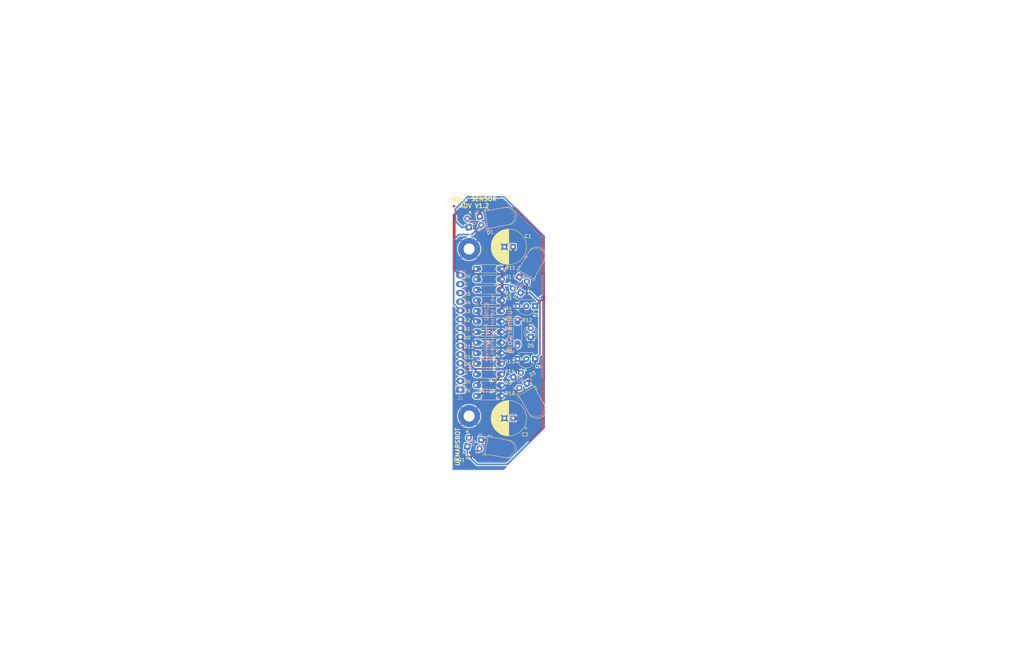
<source format=kicad_pcb>
(kicad_pcb (version 20241229) (generator "pcbnew") (generator_version "9.0")
  (layers (0 "F.Cu" signal) (2 "B.Cu" signal) (13 "F.Paste" user) (15 "B.Paste" user) (5 "F.SilkS" user "F.Silkscreen") (7 "B.SilkS" user "B.Silkscreen") (1 "F.Mask" user) (3 "B.Mask" user) (25 "Edge.Cuts" user))
  (net 0 "")
  (net 1 "/FWD_COMMON")
  (net 2 "Net-(D1-A)")
  (net 3 "GND")
  (net 4 "Net-(D2-A)")
  (net 5 "Net-(D3-A)")
  (net 6 "Net-(D4-A)")
  (net 7 "Net-(D5-A)")
  (net 10 "V_LED")
  (net 11 "A3_LF")
  (net 12 "A2_LD")
  (net 13 "A1_RD")
  (net 14 "A0_RF")
  (net 15 "D6_LED")
  (net 16 "D11_FRONT")
  (net 17 "D12_DIAGONAL")
  (net 18 "5V")
  (net 21 "Net-(Q5-B)")
  (net 22 "/DIA_COMMON")
  (net 23 "Net-(Q6-B)")
  (footprint "MountingHole:MountingHole_3.2mm_M3_Pad" (layer "F.Cu") (at 144.37 129.13)
    (property "Reference" "H2" (hide yes))
    (property "Value" "3.2mm")
    (pad "1" thru_hole circle (at 0 0) (size 6.4 6.4) (drill 3.2) (layers "*.Cu" "*.Mask") (net 3 "GND"))
  )
  (footprint "ukmarsbot:LED_D5.0mm_Horizontal_O6.35mm_Z3.0mm" (layer "F.Cu") (at 159.2 93.5 150)
    (property "Reference" "D2" (at 0.38923 -1.725833 150) (layer "F.SilkS"))
    (property "Value" "SFH4545")
    (fp_text user "k" (at -1.691858 1.669615 330) (layer "F.SilkS"))
    (fp_text user "a" (at 4.134679 0.961474 330) (layer "F.SilkS"))
    (pad "1" thru_hole rect (at 0 0 150) (size 1.8 1.8) (drill 0.9) (layers "*.Cu" "*.Mask") (net 22 "/DIA_COMMON"))
    (pad "2" thru_hole circle (at 2.54 0 150) (size 1.8 1.8) (drill 0.9) (layers "*.Cu" "*.Mask") (net 4 "Net-(D2-A)"))
  )
  (footprint "ukmarsbot:LED_D5.0mm_Horizontal_O6.35mm_Z3.0mm" (layer "F.Cu") (at 144.277127 74.6 100)
    (property "Reference" "D1" (at -2.496749 5.844102 190) (layer "F.SilkS"))
    (property "Value" "SFH4545")
    (fp_text user "k" (at -1.984163 0.01163 10) (layer "F.SilkS"))
    (fp_text user "a" (at 4.270951 1.105308 10) (layer "F.SilkS"))
    (pad "1" thru_hole rect (at 0 0 100) (size 1.8 1.8) (drill 0.9) (layers "*.Cu" "*.Mask") (net 1 "/FWD_COMMON"))
    (pad "2" thru_hole circle (at 2.54 0 100) (size 1.8 1.8) (drill 0.9) (layers "*.Cu" "*.Mask") (net 2 "Net-(D1-A)"))
  )
  (footprint "LED_THT:LED_D3.0mm" (layer "F.Cu") (at 162.15 106.275 90)
    (property "Reference" "D5" (at -2.535 0 0) (layer "F.SilkS"))
    (property "Value" "LED")
    (pad "1" thru_hole rect (at 0 0 90) (size 1.8 1.8) (drill 0.9) (layers "*.Cu" "*.Mask") (net 3 "GND"))
    (pad "2" thru_hole circle (at 2.54 0 90) (size 1.8 1.8) (drill 0.9) (layers "*.Cu" "*.Mask") (net 7 "Net-(D5-A)"))
  )
  (footprint "ukmarsbot:R_Axial_DIN0207_L6.3mm_D2.5mm_P7.62mm_BIGPAD" (layer "F.Cu") (at 146.275 92.681)
    (property "Reference" "R2" (at 9.425 1.019 0) (layer "F.SilkS"))
    (property "Value" "10R")
    (pad "1" thru_hole oval (at 0 0) (size 2.4 1.8) (drill 0.8 (offset 0.4 0)) (layers "*.Cu" "*.Mask") (net 4 "Net-(D2-A)"))
    (pad "2" thru_hole oval (at 7.62 0) (size 2.4 1.8) (drill 0.8 (offset -0.4 0)) (layers "*.Cu" "*.Mask") (net 10 "V_LED"))
  )
  (footprint "ukmarsbot:TO-92_Inline_Wide_HandSolder" (layer "F.Cu") (at 163.42 112.62 180)
    (property "Reference" "Q6" (at -0.88 -2.18 180) (layer "F.SilkS"))
    (property "Value" "BC337")
    (pad "1" thru_hole rect (at 0 0 180) (size 1.8 1.8) (drill 0.8) (layers "*.Cu" "*.Mask") (net 22 "/DIA_COMMON"))
    (pad "2" thru_hole circle (at 2.54 0 180) (size 1.8 1.8) (drill 0.8) (layers "*.Cu" "*.Mask") (net 23 "Net-(Q6-B)"))
    (pad "3" thru_hole circle (at 5.08 0 180) (size 1.8 1.8) (drill 0.8) (layers "*.Cu" "*.Mask") (net 3 "GND"))
  )
  (footprint "Capacitor_THT:CP_Radial_D10.0mm_P2.50mm" (layer "F.Cu") (at 157.07 80.235 180)
    (property "Reference" "C1" (at -4.318 3.048 180) (layer "F.SilkS"))
    (property "Value" "330uF, 16V")
    (pad "1" thru_hole rect (at 0 0 180) (size 1.6 1.6) (drill 0.8) (layers "*.Cu" "*.Mask") (net 10 "V_LED"))
    (pad "2" thru_hole circle (at 2.5 0 180) (size 1.6 1.6) (drill 0.8) (layers "*.Cu" "*.Mask") (net 3 "GND"))
  )
  (footprint "ukmarsbot:LED_D5.0mm_Horizontal_O6.35mm_Z3.0mm" (layer "F.Cu") (at 157.1 117.9 30)
    (property "Reference" "D3" (at 5.294369 1.945884 210) (layer "F.SilkS"))
    (property "Value" "SFH4545")
    (fp_text user "a" (at 4.131089 -0.155256 30) (layer "F.SilkS"))
    (fp_text user "k" (at -1.485641 -0.626795 30) (layer "F.SilkS"))
    (pad "1" thru_hole rect (at 0 0 30) (size 1.8 1.8) (drill 0.9) (layers "*.Cu" "*.Mask") (net 22 "/DIA_COMMON"))
    (pad "2" thru_hole circle (at 2.54 0 30) (size 1.8 1.8) (drill 0.9) (layers "*.Cu" "*.Mask") (net 5 "Net-(D3-A)"))
  )
  (footprint "ukmarsbot:R_Axial_DIN0207_L6.3mm_D2.5mm_P7.62mm_BIGPAD" (layer "F.Cu") (at 146.275 89.633)
    (property "Reference" "R1" (at 9.425 -0.633 0) (layer "F.SilkS"))
    (property "Value" "10R")
    (pad "1" thru_hole oval (at 0 0) (size 2.4 1.8) (drill 0.8 (offset 0.4 0)) (layers "*.Cu" "*.Mask") (net 2 "Net-(D1-A)"))
    (pad "2" thru_hole oval (at 7.62 0) (size 2.4 1.8) (drill 0.8 (offset -0.4 0)) (layers "*.Cu" "*.Mask") (net 10 "V_LED"))
  )
  (footprint "ukmarsbot:LED_D5.0mm_Horizontal_O6.35mm_Z3.0mm" (layer "F.Cu") (at 143.834325 137.9 80)
    (property "Reference" "D4" (at -2.820817 0.783407 80) (layer "F.SilkS"))
    (property "Value" "SFH4545")
    (fp_text user "k" (at -1.796492 -0.720996 350) (layer "F.SilkS"))
    (fp_text user "a" (at 4.383322 -0.778991 350) (layer "F.SilkS"))
    (pad "1" thru_hole rect (at 0 0 80) (size 1.8 1.8) (drill 0.9) (layers "*.Cu" "*.Mask") (net 1 "/FWD_COMMON"))
    (pad "2" thru_hole circle (at 2.54 0 80) (size 1.8 1.8) (drill 0.9) (layers "*.Cu" "*.Mask") (net 6 "Net-(D4-A)"))
  )
  (footprint "ukmarsbot:R_Axial_DIN0207_L6.3mm_D2.5mm_P7.62mm_BIGPAD" (layer "F.Cu") (at 146.285 95.729)
    (property "Reference" "R3" (at 9.415 -0.629 0) (layer "F.SilkS"))
    (property "Value" "10R")
    (pad "1" thru_hole oval (at 0 0) (size 2.4 1.8) (drill 0.8 (offset 0.4 0)) (layers "*.Cu" "*.Mask") (net 5 "Net-(D3-A)"))
    (pad "2" thru_hole oval (at 7.62 0) (size 2.4 1.8) (drill 0.8 (offset -0.4 0)) (layers "*.Cu" "*.Mask") (net 10 "V_LED"))
  )
  (footprint "ukmarsbot:R_Axial_DIN0207_L6.3mm_D2.5mm_P7.62mm_BIGPAD" (layer "F.Cu") (at 146.275 107.921)
    (property "Reference" "R7" (at 9.425 -0.621 0) (layer "F.SilkS"))
    (property "Value" "1k8")
    (pad "1" thru_hole oval (at 0 0) (size 2.4 1.8) (drill 0.8 (offset 0.4 0)) (layers "*.Cu" "*.Mask") (net 13 "A1_RD"))
    (pad "2" thru_hole oval (at 7.62 0) (size 2.4 1.8) (drill 0.8 (offset -0.4 0)) (layers "*.Cu" "*.Mask") (net 3 "GND"))
  )
  (footprint "ukmarsbot:R_Axial_DIN0207_L6.3mm_D2.5mm_P7.62mm_BIGPAD" (layer "F.Cu") (at 146.275 101.825)
    (property "Reference" "R5" (at 9.325 -0.625 0) (layer "F.SilkS"))
    (property "Value" "1k8")
    (pad "1" thru_hole oval (at 0 0) (size 2.4 1.8) (drill 0.8 (offset 0.4 0)) (layers "*.Cu" "*.Mask") (net 11 "A3_LF"))
    (pad "2" thru_hole oval (at 7.62 0) (size 2.4 1.8) (drill 0.8 (offset -0.4 0)) (layers "*.Cu" "*.Mask") (net 3 "GND"))
  )
  (footprint "ukmarsbot:R_Axial_DIN0207_L6.3mm_D2.5mm_P7.62mm_BIGPAD" (layer "F.Cu") (at 146.275 110.969)
    (property "Reference" "R8" (at 9.525 -0.669 0) (layer "F.SilkS"))
    (property "Value" "1k8")
    (pad "1" thru_hole oval (at 0 0) (size 2.4 1.8) (drill 0.8 (offset 0.4 0)) (layers "*.Cu" "*.Mask") (net 14 "A0_RF"))
    (pad "2" thru_hole oval (at 7.62 0) (size 2.4 1.8) (drill 0.8 (offset -0.4 0)) (layers "*.Cu" "*.Mask") (net 3 "GND"))
  )
  (footprint "ukmarsbot:R_Axial_DIN0207_L6.3mm_D2.5mm_P7.62mm_BIGPAD" (layer "F.Cu") (at 146.275 123.288)
    (property "Reference" "R10" (at 9.925 -0.688 0) (layer "F.SilkS"))
    (property "Value" "100k")
    (pad "1" thru_hole oval (at 0 0) (size 2.4 1.8) (drill 0.8 (offset 0.4 0)) (layers "*.Cu" "*.Mask") (net 23 "Net-(Q6-B)"))
    (pad "2" thru_hole oval (at 7.62 0) (size 2.4 1.8) (drill 0.8 (offset -0.4 0)) (layers "*.Cu" "*.Mask") (net 3 "GND"))
  )
  (footprint "ukmarsbot:R_Axial_DIN0207_L6.3mm_D2.5mm_P7.62mm_BIGPAD" (layer "F.Cu") (at 146.275 104.873)
    (property "Reference" "R6" (at 9.325 -0.973 0) (layer "F.SilkS"))
    (property "Value" "1k8")
    (pad "1" thru_hole oval (at 0 0) (size 2.4 1.8) (drill 0.8 (offset 0.4 0)) (layers "*.Cu" "*.Mask") (net 12 "A2_LD"))
    (pad "2" thru_hole oval (at 7.62 0) (size 2.4 1.8) (drill 0.8 (offset -0.4 0)) (layers "*.Cu" "*.Mask") (net 3 "GND"))
  )
  (footprint "ukmarsbot:TO-92_Inline_Wide_HandSolder" (layer "F.Cu") (at 163.42 97.38 180)
    (property "Reference" "Q5" (at -0.28 -2.52 180) (layer "F.SilkS"))
    (property "Value" "BC337")
    (pad "1" thru_hole rect (at 0 0 180) (size 1.8 1.8) (drill 0.8) (layers "*.Cu" "*.Mask") (net 1 "/FWD_COMMON"))
    (pad "2" thru_hole circle (at 2.54 0 180) (size 1.8 1.8) (drill 0.8) (layers "*.Cu" "*.Mask") (net 21 "Net-(Q5-B)"))
    (pad "3" thru_hole circle (at 5.08 0 180) (size 1.8 1.8) (drill 0.8) (layers "*.Cu" "*.Mask") (net 3 "GND"))
  )
  (footprint "MountingHole:MountingHole_3.2mm_M3_Pad" (layer "F.Cu") (at 144.37 80.87)
    (property "Reference" "H1" (hide yes))
    (property "Value" "3.2mm")
    (pad "1" thru_hole circle (at 0 0) (size 6.4 6.4) (drill 3.2) (layers "*.Cu" "*.Mask") (net 3 "GND"))
  )
  (footprint "ukmarsbot:R_Axial_DIN0207_L6.3mm_D2.5mm_P7.62mm_BIGPAD" (layer "F.Cu") (at 153.885 86.585 180)
    (property "Reference" "R11" (at -2.415 0.285 180) (layer "F.SilkS"))
    (property "Value" "33")
    (pad "1" thru_hole oval (at 0 0 180) (size 2.4 1.8) (drill 0.8 (offset 0.4 0)) (layers "*.Cu" "*.Mask") (net 10 "V_LED"))
    (pad "2" thru_hole oval (at 7.62 0 180) (size 2.4 1.8) (drill 0.8 (offset -0.4 0)) (layers "*.Cu" "*.Mask") (net 18 "5V"))
  )
  (footprint "ukmarsbot:R_Axial_DIN0207_L6.3mm_D2.5mm_P7.62mm_BIGPAD" (layer "F.Cu") (at 146.275 98.777)
    (property "Reference" "R4" (at 9.425 -0.677 0) (layer "F.SilkS"))
    (property "Value" "10R")
    (pad "1" thru_hole oval (at 0 0) (size 2.4 1.8) (drill 0.8 (offset 0.4 0)) (layers "*.Cu" "*.Mask") (net 6 "Net-(D4-A)"))
    (pad "2" thru_hole oval (at 7.62 0) (size 2.4 1.8) (drill 0.8 (offset -0.4 0)) (layers "*.Cu" "*.Mask") (net 10 "V_LED"))
  )
  (footprint "ukmarsbot:R_Axial_DIN0207_L6.3mm_D2.5mm_P7.62mm_BIGPAD" (layer "F.Cu") (at 158.34 101.2 -90)
    (property "Reference" "R12" (at 0.2 -2.76 0) (layer "F.SilkS"))
    (property "Value" "1k0")
    (pad "1" thru_hole oval (at 0 0 270) (size 2.4 1.8) (drill 0.8 (offset 0.4 0)) (layers "*.Cu" "*.Mask") (net 7 "Net-(D5-A)"))
    (pad "2" thru_hole oval (at 7.62 0 270) (size 2.4 1.8) (drill 0.8 (offset -0.4 0)) (layers "*.Cu" "*.Mask") (net 15 "D6_LED"))
  )
  (footprint "ukmarsbot:R_Axial_DIN0207_L6.3mm_D2.5mm_P7.62mm_BIGPAD" (layer "F.Cu") (at 146.275 120.24)
    (property "Reference" "R9" (at 9.425 -0.64 0) (layer "F.SilkS"))
    (property "Value" "100k")
    (pad "1" thru_hole oval (at 0 0) (size 2.4 1.8) (drill 0.8 (offset 0.4 0)) (layers "*.Cu" "*.Mask") (net 21 "Net-(Q5-B)"))
    (pad "2" thru_hole oval (at 7.62 0) (size 2.4 1.8) (drill 0.8 (offset -0.4 0)) (layers "*.Cu" "*.Mask") (net 3 "GND"))
  )
  (footprint "Fiducial:Fiducial_0.75mm_Mask1.5mm" (layer "F.Cu") (at 140 68.5)
    (property "Reference" "FID2" (at 0 -1.7 0) (layer "F.SilkS"))
    (property "Value" "Fiducial_0.75mm_Mask1.5mm")
    (pad "" smd circle (at 0 0) (size 0.75 0.75) (layers "F.Cu" "F.Mask" "Eco1.User"))
  )
  (footprint "ukmarsbot:R_Axial_DIN0207_L6.3mm_D2.5mm_P7.62mm_BIGPAD" (layer "F.Cu") (at 146.275 114.017)
    (property "Reference" "R13" (at 9.825 -0.617 0) (layer "F.SilkS"))
    (property "Value" "390R")
    (pad "1" thru_hole oval (at 0 0) (size 2.4 1.8) (drill 0.8 (offset 0.4 0)) (layers "*.Cu" "*.Mask") (net 16 "D11_FRONT"))
    (pad "2" thru_hole oval (at 7.62 0) (size 2.4 1.8) (drill 0.8 (offset -0.4 0)) (layers "*.Cu" "*.Mask") (net 21 "Net-(Q5-B)"))
  )
  (footprint "ukmarsbot:R_Axial_DIN0207_L6.3mm_D2.5mm_P7.62mm_BIGPAD" (layer "F.Cu") (at 146.275 117.065)
    (property "Reference" "R14" (at 9.825 -0.865 0) (layer "F.SilkS"))
    (property "Value" "390R")
    (pad "1" thru_hole oval (at 0 0) (size 2.4 1.8) (drill 0.8 (offset 0.4 0)) (layers "*.Cu" "*.Mask") (net 17 "D12_DIAGONAL"))
    (pad "2" thru_hole oval (at 7.62 0) (size 2.4 1.8) (drill 0.8 (offset -0.4 0)) (layers "*.Cu" "*.Mask") (net 23 "Net-(Q6-B)"))
  )
  (footprint "Fiducial:Fiducial_0.75mm_Mask1.5mm" (layer "F.Cu") (at 155 67.5)
    (property "Reference" "FID3" (at 0 -1.7 0) (layer "F.SilkS"))
    (property "Value" "Fiducial_0.75mm_Mask1.5mm")
    (pad "" smd circle (at 0 0) (size 0.75 0.75) (layers "F.Cu" "F.Mask" "Eco1.User"))
  )
  (footprint "ukmarsbot:mainboard_with_maze" (layer "F.Cu") (at 105 105)
    (property "Reference" "REF**" (hide yes))
    (property "Value" "UKMARSBOT")
  )
  (footprint "Capacitor_THT:CP_Radial_D10.0mm_P2.50mm" (layer "F.Cu") (at 157.07 129.765 180)
    (property "Reference" "C2" (at -3.429 -4.699 180) (layer "F.SilkS"))
    (property "Value" "330uF, 16V")
    (pad "1" thru_hole rect (at 0 0 180) (size 1.6 1.6) (drill 0.8) (layers "*.Cu" "*.Mask") (net 18 "5V"))
    (pad "2" thru_hole circle (at 2.5 0 180) (size 1.6 1.6) (drill 0.8) (layers "*.Cu" "*.Mask") (net 3 "GND"))
  )
  (footprint "Fiducial:Fiducial_0.75mm_Mask1.5mm" (layer "F.Cu") (at 141.5 143.5)
    (property "Reference" "FID1" (at 0 -1.7 0) (layer "F.SilkS"))
    (property "Value" "Fiducial_0.75mm_Mask1.5mm")
    (pad "" smd circle (at 0 0) (size 0.75 0.75) (layers "F.Cu" "F.Mask" "Eco1.User"))
  )
  (footprint "ukmarsbot:LED_D5.0mm_Horizontal_O1.27mm_Z3.0mm_IRGrey" (layer "B.Cu") (at 147.825391 136.026588 -100)
    (property "Reference" "Q4" (at 1.27 1.96 80) (layer "B.SilkS") (effects (justify mirror)))
    (property "Value" "TEFT4300")
    (fp_text user "c" (at -1.500002 0.6 80) (layer "B.SilkS") (effects (justify mirror)))
    (fp_text user "e" (at 3.9 0.7 80) (layer "B.SilkS") (effects (justify mirror)))
    (pad "1" thru_hole rect (at 0 0 260) (size 1.8 1.8) (drill 0.9) (layers "*.Cu" "*.Mask") (net 18 "5V"))
    (pad "2" thru_hole circle (at 2.54 0 260) (size 1.8 1.8) (drill 0.9) (layers "*.Cu" "*.Mask") (net 14 "A0_RF"))
  )
  (footprint "ukmarsbot:LED_D5.0mm_Horizontal_O1.27mm_Z3.0mm_IRGrey" (layer "B.Cu") (at 158.848 88.998 -30)
    (property "Reference" "Q2" (at 1.27 1.96 150) (layer "B.SilkS") (effects (justify mirror)))
    (property "Value" "TEFT4300")
    (fp_text user "c" (at -1.5 0.6 150) (layer "B.SilkS") (effects (justify mirror)))
    (fp_text user "e" (at 3.9 0.7 150) (layer "B.SilkS") (effects (justify mirror)))
    (pad "1" thru_hole rect (at 0 0 330) (size 1.8 1.8) (drill 0.9) (layers "*.Cu" "*.Mask") (net 18 "5V"))
    (pad "2" thru_hole circle (at 2.54 0 330) (size 1.8 1.8) (drill 0.9) (layers "*.Cu" "*.Mask") (net 12 "A2_LD"))
  )
  (footprint "ukmarsbot:LED_D5.0mm_Horizontal_O1.27mm_Z3.0mm_IRGrey" (layer "B.Cu") (at 147.427127 71.472 -80)
    (property "Reference" "Q1" (at 1.27 1.96 100) (layer "B.SilkS") (effects (justify mirror)))
    (property "Value" "TEFT4300")
    (fp_text user "e" (at 3.9 0.7 100) (layer "B.SilkS") (effects (justify mirror)))
    (fp_text user "c" (at -1.5 0.6 100) (layer "B.SilkS") (effects (justify mirror)))
    (pad "1" thru_hole rect (at 0 0 280) (size 1.8 1.8) (drill 0.9) (layers "*.Cu" "*.Mask") (net 18 "5V"))
    (pad "2" thru_hole circle (at 2.54 0 280) (size 1.8 1.8) (drill 0.9) (layers "*.Cu" "*.Mask") (net 11 "A3_LF"))
  )
  (footprint "ukmarsbot:LED_D5.0mm_Horizontal_O1.27mm_Z3.0mm_IRGrey" (layer "B.Cu") (at 161.047705 119.732 -150)
    (property "Reference" "Q3" (at 1.27 1.96 30) (layer "B.SilkS") (effects (justify mirror)))
    (property "Value" "TEFT4300")
    (fp_text user "c" (at -1.5 0.6 30) (layer "B.SilkS") (effects (justify mirror)))
    (fp_text user "e" (at 3.9 0.7 30) (layer "B.SilkS") (effects (justify mirror)))
    (pad "1" thru_hole rect (at 0 0 210) (size 1.8 1.8) (drill 0.9) (layers "*.Cu" "*.Mask") (net 18 "5V"))
    (pad "2" thru_hole circle (at 2.54 0 210) (size 1.8 1.8) (drill 0.9) (layers "*.Cu" "*.Mask") (net 13 "A1_RD"))
  )
  (footprint "ukmarsbot:PinHeader_1x14_P2.54mm_Vertical_Longpads" (layer "B.Cu") (at 141.83 121.51)
    (property "Reference" "J1" (at 0 2.33 180) (layer "B.SilkS") (effects (justify mirror)))
    (property "Value" "Conn_01x14")
    (pad "1" thru_hole rect (at 0 0) (size 2.4 1.8) (drill 1) (layers "*.Cu" "*.Mask"))
    (pad "2" thru_hole oval (at 0 -2.54) (size 2.4 1.8) (drill 1) (layers "*.Cu" "*.Mask"))
    (pad "3" thru_hole oval (at 0 -5.08) (size 2.4 1.8) (drill 1) (layers "*.Cu" "*.Mask") (net 3 "GND"))
    (pad "4" thru_hole oval (at 0 -7.62) (size 2.4 1.8) (drill 1) (layers "*.Cu" "*.Mask") (net 15 "D6_LED"))
    (pad "5" thru_hole oval (at 0 -10.16) (size 2.4 1.8) (drill 1) (layers "*.Cu" "*.Mask") (net 17 "D12_DIAGONAL"))
    (pad "6" thru_hole oval (at 0 -12.7) (size 2.4 1.8) (drill 1) (layers "*.Cu" "*.Mask") (net 16 "D11_FRONT"))
    (pad "7" thru_hole oval (at 0 -15.24) (size 2.4 1.8) (drill 1) (layers "*.Cu" "*.Mask") (net 14 "A0_RF"))
    (pad "8" thru_hole oval (at 0 -17.78) (size 2.4 1.8) (drill 1) (layers "*.Cu" "*.Mask") (net 13 "A1_RD"))
    (pad "9" thru_hole oval (at 0 -20.32) (size 2.4 1.8) (drill 1) (layers "*.Cu" "*.Mask") (net 12 "A2_LD"))
    (pad "10" thru_hole oval (at 0 -22.86) (size 2.4 1.8) (drill 1) (layers "*.Cu" "*.Mask") (net 11 "A3_LF"))
    (pad "11" thru_hole oval (at 0 -25.4) (size 2.4 1.8) (drill 1) (layers "*.Cu" "*.Mask"))
    (pad "12" thru_hole oval (at 0 -27.94) (size 2.4 1.8) (drill 1) (layers "*.Cu" "*.Mask"))
    (pad "13" thru_hole oval (at 0 -30.48) (size 2.4 1.8) (drill 1) (layers "*.Cu" "*.Mask") (net 3 "GND"))
    (pad "14" thru_hole oval (at 0 -33.02) (size 2.4 1.8) (drill 1) (layers "*.Cu" "*.Mask") (net 18 "5V"))
  )
  (gr_line (start 139.29 145.005) (end 139.29 64.995) (stroke (width 0.05)) (layer "Edge.Cuts"))
  (gr_line (start 166.595 132.305) (end 166.595 132.94) (stroke (width 0.05)) (layer "Edge.Cuts"))
  (gr_line (start 166.595 132.94) (end 154.53 145.005) (stroke (width 0.05)) (layer "Edge.Cuts"))
  (gr_line (start 154.53 145.005) (end 139.29 145.005) (stroke (width 0.05)) (layer "Edge.Cuts"))
  (gr_line (start 166.595 77.06) (end 166.595 132.305) (stroke (width 0.05)) (layer "Edge.Cuts"))
  (gr_line (start 154.53 64.995) (end 166.595 77.06) (stroke (width 0.05)) (layer "Edge.Cuts"))
  (gr_line (start 139.29 64.995) (end 154.53 64.995) (stroke (width 0.05)) (layer "Edge.Cuts"))
  (gr_text "G" (at 142.846 91.284 0) (layer "F.SilkS") (effects (font (size 1 1)) (justify left)))
  (gr_text "5V" (at 142.846 88.744 0) (layer "F.SilkS") (effects (font (size 1 1)) (justify left)))
  (gr_text "3V" (at 142.846 121.764 0) (layer "F.SilkS") (effects (font (size 1 1)) (justify left)))
  (gr_text "WALL SENSOR\nADV V1.2" (at 145.894 67.408 0) (layer "F.SilkS") (effects (font (size 1.25 1.25) (thickness 0.254))))
  (gr_text "A1" (at 142.846 103.984 0) (layer "F.SilkS") (effects (font (size 1 1)) (justify left)))
  (gr_text "UKMARSBOT" (at 141.068 138.02 90) (layer "F.SilkS") (effects (font (size 1.25 1.25) (thickness 0.254))))
  (gr_text "D11" (at 142.846 109.064 0) (layer "F.SilkS") (effects (font (size 1 1)) (justify left)))
  (gr_text "D6" (at 142.846 114.144 0) (layer "F.SilkS") (effects (font (size 1 1)) (justify left)))
  (gr_text "A3" (at 142.846 98.904 0) (layer "F.SilkS") (effects (font (size 1 1)) (justify left)))
  (gr_text "A2" (at 142.846 101.444 0) (layer "F.SilkS") (effects (font (size 1 1)) (justify left)))
  (gr_text "G" (at 142.846 116.684 0) (layer "F.SilkS") (effects (font (size 1 1)) (justify left)))
  (gr_text "5V" (at 142.846 119.224 0) (layer "F.SilkS") (effects (font (size 1 1)) (justify left)))
  (gr_text "A0" (at 142.846 106.524 0) (layer "F.SilkS") (effects (font (size 1 1)) (justify left)))
  (gr_text "A5" (at 142.846 93.824 0) (layer "F.SilkS") (effects (font (size 1 1)) (justify left)))
  (gr_text "A4" (at 142.846 96.364 0) (layer "F.SilkS") (effects (font (size 1 1)) (justify left)))
  (gr_text "D12" (at 142.846 112.112 0) (layer "F.SilkS") (effects (font (size 1 1)) (justify left)))
  (gr_text "ukmars.org" (at 156 104.9 90) (layer "B.SilkS") (effects (font (size 1.524 1.524) (thickness 0.254)) (justify mirror)))
  (gr_text "©2022 Peter Harrison\nwall-sensor-advanced V1.2" (at 150.2 104.77 90) (layer "B.SilkS") (effects (font (size 1 1)) (justify mirror)))
  (segment (start 164.886262 95.913738) (end 163.42 97.38) (width 0.5) (layer "F.Cu") (net 1))
  (segment (start 164.886262 95.184886) (end 164.886262 95.913738) (width 0.5) (layer "F.Cu") (net 1))
  (via (at 164.886262 95.184886) (size 0.8) (drill 0.4) (layers "F.Cu" "B.Cu") (net 1))
  (segment (start 143.834325 137.9) (end 143.834325 140.234325) (width 0.5) (layer "B.Cu") (net 1))
  (segment (start 155.4 143.1) (end 165.9 132.6) (width 0.5) (layer "B.Cu") (net 1))
  (segment (start 143.834325 140.234325) (end 146.7 143.1) (width 0.5) (layer "B.Cu") (net 1))
  (segment (start 154.4 65.8) (end 165.9 77.3) (width 0.5) (layer "B.Cu") (net 1))
  (segment (start 140.4 69.3) (end 143.9 65.8) (width 0.5) (layer "B.Cu") (net 1))
  (segment (start 146.7 143.1) (end 155.4 143.1) (width 0.5) (layer "B.Cu") (net 1))
  (segment (start 165.9 94.171148) (end 164.886262 95.184886) (width 0.5) (layer "B.Cu") (net 1))
  (segment (start 165.9 77.3) (end 165.9 94.171148) (width 0.5) (layer "B.Cu") (net 1))
  (segment (start 144.277127 74.6) (end 142.2 74.6) (width 0.5) (layer "B.Cu") (net 1))
  (segment (start 165.9 132.6) (end 165.9 96.198624) (width 0.5) (layer "B.Cu") (net 1))
  (segment (start 143.9 65.8) (end 154.4 65.8) (width 0.5) (layer "B.Cu") (net 1))
  (segment (start 140.4 72.8) (end 140.4 69.3) (width 0.5) (layer "B.Cu") (net 1))
  (segment (start 142.2 74.6) (end 140.4 72.8) (width 0.5) (layer "B.Cu") (net 1))
  (segment (start 165.9 96.198624) (end 164.886262 95.184886) (width 0.5) (layer "B.Cu") (net 1))
  (segment (start 148.434 87.347) (end 146.275 89.506) (width 0.5) (layer "F.Cu") (net 2))
  (segment (start 146.529 76.044) (end 148.434 77.949) (width 0.5) (layer "F.Cu") (net 2))
  (segment (start 145.894 72.869) (end 146.529 76.044) (width 0.5) (layer "F.Cu") (net 2))
  (segment (start 148.434 77.949) (end 148.434 87.347) (width 0.5) (layer "F.Cu") (net 2))
  (segment (start 143.836061 72.098588) (end 145.123588 72.098588) (width 0.5) (layer "F.Cu") (net 2))
  (segment (start 145.123588 72.098588) (end 145.894 72.869) (width 0.5) (layer "F.Cu") (net 2))
  (segment (start 146.275 92.681) (end 151.101 92.681) (width 0.5) (layer "F.Cu") (net 4))
  (segment (start 151.101 92.681) (end 152.625 91.157) (width 0.5) (layer "F.Cu") (net 4))
  (via (at 152.625 91.157) (size 0.8) (drill 0.4) (layers "F.Cu" "B.Cu") (net 4))
  (segment (start 157.000295 92.23) (end 155.927295 91.157) (width 0.5) (layer "B.Cu") (net 4))
  (segment (start 155.927295 91.157) (end 152.625 91.157) (width 0.5) (layer "B.Cu") (net 4))
  (segment (start 154 118.7) (end 154.775 118.7) (width 0.5) (layer "F.Cu") (net 5))
  (segment (start 155.325 116.8) (end 156.395 115.73) (width 0.5) (layer "F.Cu") (net 5))
  (segment (start 156.395 115.73) (end 158.399705 115.73) (width 0.5) (layer "F.Cu") (net 5))
  (segment (start 155.325 118.15) (end 155.325 116.8) (width 0.5) (layer "F.Cu") (net 5))
  (segment (start 150.75 118.65) (end 150.75 100.194) (width 0.5) (layer "F.Cu") (net 5))
  (segment (start 150.75 100.194) (end 146.285 95.729) (width 0.5) (layer "F.Cu") (net 5))
  (segment (start 154.775 118.7) (end 155.325 118.15) (width 0.5) (layer "F.Cu") (net 5))
  (segment (start 158.399705 115.73) (end 159.299705 116.63) (width 0.5) (layer "F.Cu") (net 5))
  (segment (start 150.8 118.7) (end 150.75 118.65) (width 0.5) (layer "F.Cu") (net 5))
  (via (at 150.8 118.7) (size 0.8) (drill 0.4) (layers "F.Cu" "B.Cu") (net 5))
  (via (at 154 118.7) (size 0.8) (drill 0.4) (layers "F.Cu" "B.Cu") (net 5))
  (segment (start 150.8 118.7) (end 154 118.7) (width 0.5) (layer "B.Cu") (net 5))
  (segment (start 149.025 130.648979) (end 144.275391 135.398588) (width 0.5) (layer "F.Cu") (net 6))
  (segment (start 149.025 101.527) (end 149.025 130.648979) (width 0.5) (layer "F.Cu") (net 6))
  (segment (start 146.275 98.777) (end 149.025 101.527) (width 0.5) (layer "F.Cu") (net 6))
  (segment (start 158.34 101.2) (end 159.615 101.2) (width 0.5) (layer "F.Cu") (net 7))
  (segment (start 159.615 101.2) (end 162.15 103.735) (width 0.5) (layer "F.Cu") (net 7))
  (segment (start 153.905 95.729) (end 153.905 98.767) (width 0.8) (layer "F.Cu") (net 10))
  (segment (start 153.895 89.76) (end 153.895 92.798) (width 0.8) (layer "F.Cu") (net 10))
  (segment (start 157.07 80.235) (end 157.07 83.4) (width 0.8) (layer "F.Cu") (net 10))
  (segment (start 157.07 83.4) (end 153.885 86.585) (width 0.8) (layer "F.Cu") (net 10))
  (segment (start 153.895 86.585) (end 153.895 89.76) (width 0.8) (layer "F.Cu") (net 10))
  (segment (start 153.905 92.808) (end 153.905 95.846) (width 0.8) (layer "F.Cu") (net 10))
  (segment (start 143.1 98.65) (end 146.275 101.825) (width 0.5) (layer "F.Cu") (net 11))
  (segment (start 141.83 98.65) (end 143.1 98.65) (width 0.5) (layer "F.Cu") (net 11))
  (segment (start 141.83 98.65) (end 139.9 96.72) (width 0.5) (layer "B.Cu") (net 11))
  (segment (start 139.9 78.2) (end 141.4 76.7) (width 0.5) (layer "B.Cu") (net 11))
  (segment (start 141.4 76.7) (end 145.141605 76.7) (width 0.5) (layer "B.Cu") (net 11))
  (segment (start 145.141605 76.7) (end 147.868193 73.973412) (width 0.5) (layer "B.Cu") (net 11))
  (segment (start 139.9 96.72) (end 139.9 78.2) (width 0.5) (layer "B.Cu") (net 11))
  (segment (start 141.83 101.19) (end 145.513 104.873) (width 0.5) (layer "F.Cu") (net 12))
  (segment (start 151.499501 100.918499) (end 151.499501 104.723001) (width 0.5) (layer "F.Cu") (net 12))
  (segment (start 156.764 95.4) (end 156.307 95.857) (width 0.5) (layer "F.Cu") (net 12))
  (segment (start 161.047705 94.902295) (end 160.55 95.4) (width 0.5) (layer "F.Cu") (net 12))
  (segment (start 151.499501 104.723001) (end 151.6495 104.873) (width 0.5) (layer "F.Cu") (net 12))
  (segment (start 161.047705 90.268) (end 161.047705 94.902295) (width 0.5) (layer "F.Cu") (net 12))
  (segment (start 152.159 100.259) (end 151.499501 100.918499) (width 0.5) (layer "F.Cu") (net 12))
  (segment (start 156.307 98.793) (end 154.841 100.259) (width 0.5) (layer "F.Cu") (net 12))
  (segment (start 160.55 95.4) (end 156.764 95.4) (width 0.5) (layer "F.Cu") (net 12))
  (segment (start 145.513 104.873) (end 146.275 104.873) (width 0.5) (layer "F.Cu") (net 12))
  (segment (start 154.841 100.259) (end 152.159 100.259) (width 0.5) (layer "F.Cu") (net 12))
  (segment (start 156.307 95.857) (end 156.307 98.793) (width 0.5) (layer "F.Cu") (net 12))
  (via (at 151.6495 104.873) (size 0.8) (drill 0.4) (layers "F.Cu" "B.Cu") (net 12))
  (segment (start 146.275 104.873) (end 151.6495 104.873) (width 0.5) (layer "B.Cu") (net 12))
  (segment (start 155.05 124.8) (end 158.848 121.002) (width 0.5) (layer "F.Cu") (net 13))
  (segment (start 149.9 107.95) (end 149.9 122.95) (width 0.5) (layer "F.Cu") (net 13))
  (segment (start 149.9 122.95) (end 151.75 124.8) (width 0.5) (layer "F.Cu") (net 13))
  (segment (start 141.83 103.73) (end 146.021 107.921) (width 0.5) (layer "F.Cu") (net 13))
  (segment (start 151.75 124.8) (end 155.05 124.8) (width 0.5) (layer "F.Cu") (net 13))
  (via (at 149.9 107.95) (size 0.8) (drill 0.4) (layers "F.Cu" "B.Cu") (net 13))
  (segment (start 149.9 107.95) (end 149.871 107.921) (width 0.5) (layer "B.Cu") (net 13))
  (segment (start 149.871 107.921) (end 146.275 107.921) (width 0.5) (layer "B.Cu") (net 13))
  (segment (start 141.83 106.27) (end 140.1 108) (width 0.5) (layer "F.Cu") (net 14))
  (segment (start 145.012325 140.9) (end 147.384325 138.528) (width 0.5) (layer "F.Cu") (net 14))
  (segment (start 140.1 108) (end 140.1 138.7) (width 0.5) (layer "F.Cu") (net 14))
  (segment (start 140.1 138.7) (end 142.3 140.9) (width 0.5) (layer "F.Cu") (net 14))
  (segment (start 142.3 140.9) (end 145.012325 140.9) (width 0.5) (layer "F.Cu") (net 14))
  (segment (start 141.83 106.27) (end 146.275 110.715) (width 0.5) (layer "F.Cu") (net 14))
  (segment (start 156.9 113) (end 156.9 110.26) (width 0.5) (layer "F.Cu") (net 15))
  (segment (start 151.6 115.5) (end 154.4 115.5) (width 0.5) (layer "F.Cu") (net 15))
  (segment (start 141.898624 113.89) (end 143.508624 115.5) (width 0.5) (layer "F.Cu") (net 15))
  (segment (start 154.4 115.5) (end 156.9 113) (width 0.5) (layer "F.Cu") (net 15))
  (segment (start 143.508624 115.5) (end 144.7 115.5) (width 0.5) (layer "F.Cu") (net 15))
  (segment (start 156.9 110.26) (end 158.34 108.82) (width 0.5) (layer "F.Cu") (net 15))
  (via (at 144.7 115.5) (size 0.8) (drill 0.4) (layers "F.Cu" "B.Cu") (net 15))
  (via (at 151.6 115.5) (size 0.8) (drill 0.4) (layers "F.Cu" "B.Cu") (net 15))
  (segment (start 144.7 115.5) (end 151.6 115.5) (width 0.5) (layer "B.Cu") (net 15))
  (segment (start 146.275 113.255) (end 146.275 114.017) (width 0.5) (layer "F.Cu") (net 16))
  (segment (start 141.83 108.81) (end 146.275 113.255) (width 0.5) (layer "F.Cu") (net 16))
  (segment (start 141.83 111.428625) (end 146.275 115.873625) (width 0.5) (layer "F.Cu") (net 17))
  (segment (start 146.275 115.873625) (end 146.275 117.065) (width 0.5) (layer "F.Cu") (net 17))
  (segment (start 162.238412 136.026588) (end 165.833 132.432) (width 0.8) (layer "F.Cu") (net 18))
  (segment (start 162.063705 118.716) (end 165.833 118.716) (width 0.8) (layer "F.Cu") (net 18))
  (segment (start 165.833 87.855) (end 165.833 77.314) (width 0.8) (layer "F.Cu") (net 18))
  (segment (start 165.885762 118.663238) (end 165.885762 87.907762) (width 0.8) (layer "F.Cu") (net 18))
  (segment (start 141.83 88.49) (end 144.36 88.49) (width 0.8) (layer "F.Cu") (net 18))
  (segment (start 157.705 69.186) (end 147.545 69.186) (width 0.8) (layer "F.Cu") (net 18))
  (segment (start 158.848 88.998) (end 159.991 87.855) (width 0.8) (layer "F.Cu") (net 18))
  (segment (start 147.427127 71.472) (end 147.427127 69.303873) (width 0.8) (layer "F.Cu") (net 18))
  (segment (start 141.957 69.186) (end 140.052 71.091) (width 0.8) (layer "F.Cu") (net 18))
  (segment (start 161.047705 119.732) (end 162.063705 118.716) (width 0.8) (layer "F.Cu") (net 18))
  (segment (start 165.833 129.638) (end 165.833 118.716) (width 0.8) (layer "F.Cu") (net 18))
  (segment (start 165.833 118.716) (end 165.885762 118.663238) (width 0.8) (layer "F.Cu") (net 18))
  (segment (start 159.991 87.855) (end 165.833 87.855) (width 0.8) (layer "F.Cu") (net 18))
  (segment (start 147.825391 136.026588) (end 162.238412 136.026588) (width 0.8) (layer "F.Cu") (net 18))
  (segment (start 147.545 69.186) (end 141.957 69.186) (width 0.8) (layer "F.Cu") (net 18))
  (segment (start 157.07 129.765) (end 165.706 129.765) (width 0.8) (layer "F.Cu") (net 18))
  (segment (start 165.706 129.765) (end 165.833 129.638) (width 0.8) (layer "F.Cu") (net 18))
  (segment (start 165.833 132.432) (end 165.833 129.638) (width 0.8) (layer "F.Cu") (net 18))
  (segment (start 140.052 71.091) (end 140.052 86.712) (width 0.8) (layer "F.Cu") (net 18))
  (segment (start 165.833 77.314) (end 157.705 69.186) (width 0.8) (layer "F.Cu") (net 18))
  (segment (start 140.052 86.712) (end 141.83 88.49) (width 0.8) (layer "F.Cu") (net 18))
  (segment (start 165.885762 87.907762) (end 165.833 87.855) (width 0.8) (layer "F.Cu") (net 18))
  (segment (start 147.427127 69.303873) (end 147.545 69.186) (width 0.8) (layer "F.Cu") (net 18))
  (segment (start 144.36 88.49) (end 146.265 86.585) (width 0.8) (layer "F.Cu") (net 18))
  (segment (start 157.6 99.25) (end 155.95 100.9) (width 0.5) (layer "F.Cu") (net 21))
  (segment (start 148.325 118.19) (end 146.275 120.24) (width 0.5) (layer "F.Cu") (net 21))
  (segment (start 159.01 99.25) (end 157.6 99.25) (width 0.5) (layer "F.Cu") (net 21))
  (segment (start 148.1 112.45) (end 148.325 112.675) (width 0.5) (layer "F.Cu") (net 21))
  (segment (start 160.88 97.38) (end 159.01 99.25) (width 0.5) (layer "F.Cu") (net 21))
  (segment (start 155.95 100.9) (end 155.95 111.962) (width 0.5) (layer "F.Cu") (net 21))
  (segment (start 151.6 112.5) (end 152.378 112.5) (width 0.5) (layer "F.Cu") (net 21))
  (segment (start 152.378 112.5) (end 153.895 114.017) (width 0.5) (layer "F.Cu") (net 21))
  (segment (start 148.325 112.675) (end 148.325 118.19) (width 0.5) (layer "F.Cu") (net 21))
  (segment (start 155.95 111.962) (end 153.895 114.017) (width 0.5) (layer "F.Cu") (net 21))
  (via (at 151.6 112.5) (size 0.8) (drill 0.4) (layers "F.Cu" "B.Cu") (net 21))
  (via (at 148.1 112.45) (size 0.8) (drill 0.4) (layers "F.Cu" "B.Cu") (net 21))
  (segment (start 151.593 112.493) (end 151.6 112.5) (width 0.5) (layer "B.Cu") (net 21))
  (segment (start 148.1 112.45) (end 148.143 112.493) (width 0.5) (layer "B.Cu") (net 21))
  (segment (start 148.143 112.493) (end 151.593 112.493) (width 0.5) (layer "B.Cu") (net 21))
  (segment (start 163.42 115.355) (end 163.42 112.62) (width 0.5) (layer "F.Cu") (net 22))
  (segment (start 161.525 117.25) (end 163.42 115.355) (width 0.5) (layer "F.Cu") (net 22))
  (segment (start 158.825 118.775) (end 161.525 117.25) (width 0.5) (layer "F.Cu") (net 22))
  (segment (start 157.1 117.9) (end 157.975 118.775) (width 0.5) (layer "F.Cu") (net 22))
  (segment (start 157.975 118.775) (end 158.825 118.775) (width 0.5) (layer "F.Cu") (net 22))
  (segment (start 164.8 111.24) (end 163.42 112.62) (width 0.5) (layer "B.Cu") (net 22))
  (segment (start 159.2 93.5) (end 162 93.5) (width 0.5) (layer "B.Cu") (net 22))
  (segment (start 162 93.5) (end 164.8 96.3) (width 0.5) (layer "B.Cu") (net 22))
  (segment (start 164.8 96.3) (end 164.8 111.24) (width 0.5) (layer "B.Cu") (net 22))
  (segment (start 148.0505 122.527126) (end 148.0505 121.802626) (width 0.5) (layer "F.Cu") (net 23))
  (segment (start 150.75 120.21) (end 153.895 117.065) (width 0.5) (layer "F.Cu") (net 23))
  (segment (start 160.88 112.62) (end 158.65 114.85) (width 0.5) (layer "F.Cu") (net 23))
  (segment (start 147.289626 123.288) (end 148.0505 122.527126) (width 0.5) (layer "F.Cu") (net 23))
  (segment (start 158.65 114.85) (end 156.11 114.85) (width 0.5) (layer "F.Cu") (net 23))
  (segment (start 156.11 114.85) (end 153.895 117.065) (width 0.5) (layer "F.Cu") (net 23))
  (segment (start 150.75 121.81901) (end 150.75 120.21) (width 0.5) (layer "F.Cu") (net 23))
  (via (at 150.75 121.81901) (size 0.8) (drill 0.4) (layers "F.Cu" "B.Cu") (net 23))
  (via (at 148.0505 121.802626) (size 0.8) (drill 0.4) (layers "F.Cu" "B.Cu") (net 23))
  (segment (start 151.233116 121.802626) (end 148.0505 121.802626) (width 0.5) (layer "B.Cu") (net 23))
  (zone (net 3) (net_name "GND") (layer "B.Cu") (connect_pads (clearance 0.254)) (min_thickness 0.254) (fill yes (thermal_gap 0.254) (thermal_bridge_width 0.508))
    (polygon (pts (xy 166.976 77.06) (xy 166.976 132.94) (xy 154.53 145.386) (xy 139.036 145.132) (xy 139.036 64.614) (xy 154.53 64.614)))
  )
)
</source>
